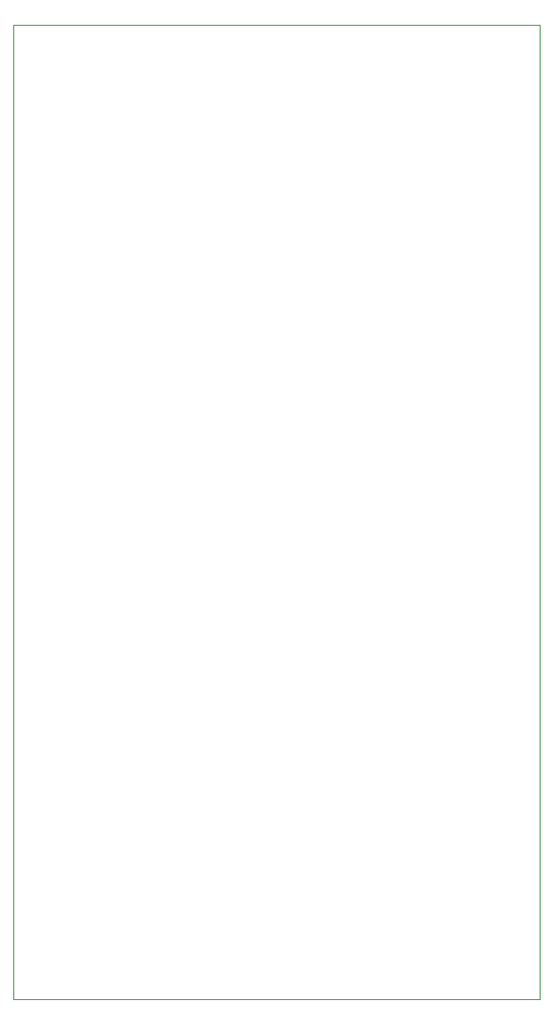
<source format=gbr>
G04 #@! TF.GenerationSoftware,KiCad,Pcbnew,no-vcs-found-895c0bb~58~ubuntu16.04.1*
G04 #@! TF.CreationDate,2017-07-19T10:40:22-04:00*
G04 #@! TF.ProjectId,Noeud,4E6F6575642E6B696361645F70636200,rev?*
G04 #@! TF.SameCoordinates,Original
G04 #@! TF.FileFunction,Profile,NP*
%FSLAX46Y46*%
G04 Gerber Fmt 4.6, Leading zero omitted, Abs format (unit mm)*
G04 Created by KiCad (PCBNEW no-vcs-found-895c0bb~58~ubuntu16.04.1) date Wed Jul 19 10:40:22 2017*
%MOMM*%
%LPD*%
G01*
G04 APERTURE LIST*
%ADD10C,0.100000*%
G04 APERTURE END LIST*
D10*
X126250000Y-52700000D02*
X126250000Y-52710000D01*
X176410000Y-52700000D02*
X126250000Y-52700000D01*
X176410000Y-145600000D02*
X176410000Y-145580000D01*
X126250000Y-145600000D02*
X176410000Y-145600000D01*
X126250000Y-145600000D02*
X126250000Y-145590000D01*
X126250000Y-52700000D02*
X126250000Y-52710000D01*
X126250000Y-52700000D02*
X126250000Y-52710000D01*
X126250000Y-145600000D02*
X126250000Y-52700000D01*
X176411000Y-52700000D02*
X176411000Y-145600000D01*
M02*

</source>
